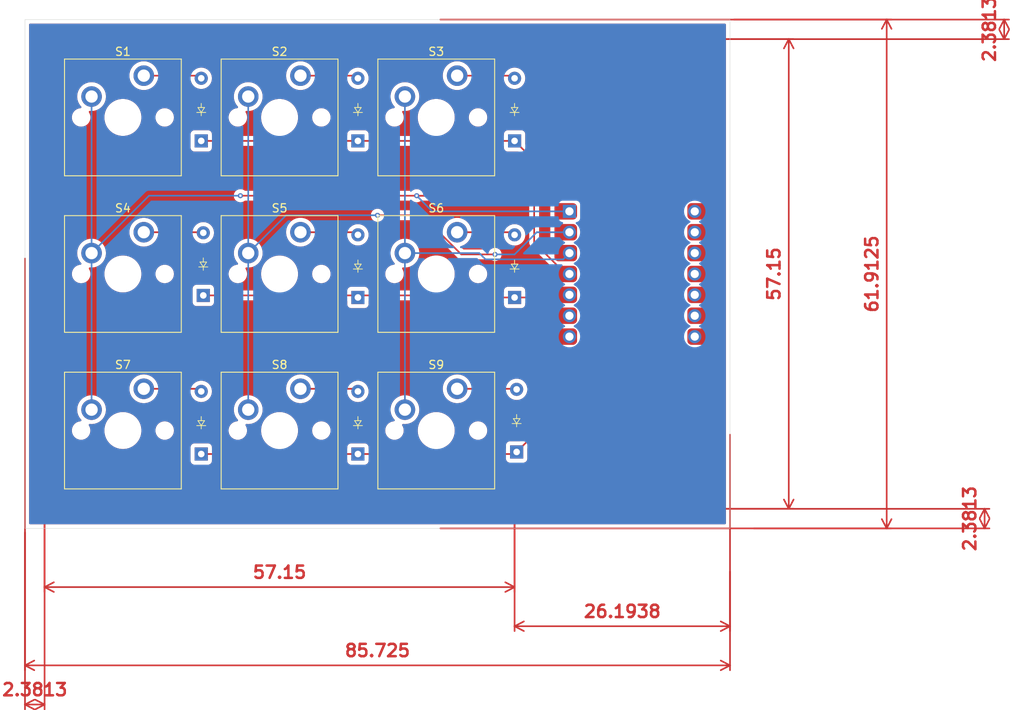
<source format=kicad_pcb>
(kicad_pcb (version 20241229) (generator "pcbnew") (generator_version "9.0")
  (layers (0 "F.Cu" signal) (2 "B.Cu" signal) (13 "F.Paste" user) (15 "B.Paste" user) (5 "F.SilkS" user "F.Silkscreen") (7 "B.SilkS" user "B.Silkscreen") (1 "F.Mask" user) (3 "B.Mask" user) (25 "Edge.Cuts" user))
  (net 0 "")
  (net 1 "Row 0")
  (net 2 "Net-(D1-A)")
  (net 3 "Net-(D2-A)")
  (net 4 "Net-(D3-A)")
  (net 5 "Net-(D4-A)")
  (net 6 "Row 1")
  (net 7 "Net-(D5-A)")
  (net 8 "Net-(D6-A)")
  (net 9 "Row 2")
  (net 10 "Net-(D7-A)")
  (net 11 "Net-(D8-A)")
  (net 12 "Net-(D9-A)")
  (net 13 "Column 0")
  (net 14 "Column 1")
  (net 15 "Column 2")
  (footprint "ScottoKeebs_MX:MX_PCB_1.00u" (layer "F.Cu") (at 128.12625 83.35875)
    (property "Reference" "S5" (at 0 -8 0) (layer "F.SilkS"))
    (property "Value" "~")
    (fp_line (start -7.1 -7.1) (end -7.1 7.1) (stroke (width 0.12)) (layer "F.SilkS"))
    (fp_line (start -7.1 7.1) (end 7.1 7.1) (stroke (width 0.12)) (layer "F.SilkS"))
    (fp_line (start 7.1 -7.1) (end -7.1 -7.1) (stroke (width 0.12)) (layer "F.SilkS"))
    (fp_line (start 7.1 7.1) (end 7.1 -7.1) (stroke (width 0.12)) (layer "F.SilkS"))
    (pad "" np_thru_hole circle (at -5.08 0) (size 1.75 1.75) (drill 1.75) (layers "*.Cu" "*.Mask"))
    (pad "" np_thru_hole circle (at 0 0) (size 4 4) (drill 4) (layers "*.Cu" "*.Mask"))
    (pad "" np_thru_hole circle (at 5.08 0) (size 1.75 1.75) (drill 1.75) (layers "*.Cu" "*.Mask"))
    (pad "1" thru_hole circle (at -3.81 -2.54) (size 2.5 2.5) (drill 1.5) (layers "*.Cu" "*.Mask") (net 14 "Column 1"))
    (pad "2" thru_hole circle (at 2.54 -5.08) (size 2.5 2.5) (drill 1.5) (layers "*.Cu" "*.Mask") (net 7 "Net-(D5-A)"))
  )
  (footprint "ScottoKeebs_Components:Diode_DO-35" (layer "F.Cu") (at 156.70125 86.21625 90)
    (property "Reference" "D6" (hide yes))
    (property "Value" "~" (hide yes))
    (fp_line (start 3.46 -0.55) (end 3.46 0.55) (stroke (width 0.1)) (layer "F.SilkS"))
    (fp_line (start 4.06 -0.4) (end 4.06 0.4) (stroke (width 0.1)) (layer "F.SilkS"))
    (fp_line (start 4.06 0) (end 4.56 0) (stroke (width 0.1)) (layer "F.SilkS"))
    (fp_line (start 3.46 0) (end 4.06 -0.4) (stroke (width 0.1)) (layer "F.SilkS"))
    (fp_line (start 3.06 0) (end 3.46 0) (stroke (width 0.1)) (layer "F.SilkS"))
    (fp_line (start 4.06 0.4) (end 3.46 0) (stroke (width 0.1)) (layer "F.SilkS"))
    (pad "1" thru_hole rect (at 0 0 90) (size 1.6 1.6) (drill 0.8) (layers "*.Cu" "*.Mask") (net 6 "Row 1"))
    (pad "2" thru_hole oval (at 7.62 0 90) (size 1.6 1.6) (drill 0.8) (layers "*.Cu" "*.Mask") (net 8 "Net-(D6-A)"))
  )
  (footprint "ScottoKeebs_MX:MX_PCB_1.00u" (layer "F.Cu") (at 109.07625 102.40875)
    (property "Reference" "S7" (at 0 -8 0) (layer "F.SilkS"))
    (property "Value" "~")
    (fp_line (start -7.1 -7.1) (end -7.1 7.1) (stroke (width 0.12)) (layer "F.SilkS"))
    (fp_line (start -7.1 7.1) (end 7.1 7.1) (stroke (width 0.12)) (layer "F.SilkS"))
    (fp_line (start 7.1 -7.1) (end -7.1 -7.1) (stroke (width 0.12)) (layer "F.SilkS"))
    (fp_line (start 7.1 7.1) (end 7.1 -7.1) (stroke (width 0.12)) (layer "F.SilkS"))
    (pad "" np_thru_hole circle (at -5.08 0) (size 1.75 1.75) (drill 1.75) (layers "*.Cu" "*.Mask"))
    (pad "" np_thru_hole circle (at 0 0) (size 4 4) (drill 4) (layers "*.Cu" "*.Mask"))
    (pad "" np_thru_hole circle (at 5.08 0) (size 1.75 1.75) (drill 1.75) (layers "*.Cu" "*.Mask"))
    (pad "1" thru_hole circle (at -3.81 -2.54) (size 2.5 2.5) (drill 1.5) (layers "*.Cu" "*.Mask") (net 13 "Column 0"))
    (pad "2" thru_hole circle (at 2.54 -5.08) (size 2.5 2.5) (drill 1.5) (layers "*.Cu" "*.Mask") (net 10 "Net-(D7-A)"))
  )
  (footprint "ScottoKeebs_MX:MX_PCB_1.00u" (layer "F.Cu") (at 147.17625 83.35875)
    (property "Reference" "S6" (at 0 -8 0) (layer "F.SilkS"))
    (property "Value" "~")
    (fp_line (start -7.1 -7.1) (end -7.1 7.1) (stroke (width 0.12)) (layer "F.SilkS"))
    (fp_line (start -7.1 7.1) (end 7.1 7.1) (stroke (width 0.12)) (layer "F.SilkS"))
    (fp_line (start 7.1 -7.1) (end -7.1 -7.1) (stroke (width 0.12)) (layer "F.SilkS"))
    (fp_line (start 7.1 7.1) (end 7.1 -7.1) (stroke (width 0.12)) (layer "F.SilkS"))
    (pad "" np_thru_hole circle (at -5.08 0) (size 1.75 1.75) (drill 1.75) (layers "*.Cu" "*.Mask"))
    (pad "" np_thru_hole circle (at 0 0) (size 4 4) (drill 4) (layers "*.Cu" "*.Mask"))
    (pad "" np_thru_hole circle (at 5.08 0) (size 1.75 1.75) (drill 1.75) (layers "*.Cu" "*.Mask"))
    (pad "1" thru_hole circle (at -3.81 -2.54) (size 2.5 2.5) (drill 1.5) (layers "*.Cu" "*.Mask") (net 15 "Column 2"))
    (pad "2" thru_hole circle (at 2.54 -5.08) (size 2.5 2.5) (drill 1.5) (layers "*.Cu" "*.Mask") (net 8 "Net-(D6-A)"))
  )
  (footprint "ScottoKeebs_MX:MX_PCB_1.00u" (layer "F.Cu") (at 147.17625 64.30875)
    (property "Reference" "S3" (at 0 -8 0) (layer "F.SilkS"))
    (property "Value" "~")
    (fp_line (start -7.1 -7.1) (end -7.1 7.1) (stroke (width 0.12)) (layer "F.SilkS"))
    (fp_line (start -7.1 7.1) (end 7.1 7.1) (stroke (width 0.12)) (layer "F.SilkS"))
    (fp_line (start 7.1 -7.1) (end -7.1 -7.1) (stroke (width 0.12)) (layer "F.SilkS"))
    (fp_line (start 7.1 7.1) (end 7.1 -7.1) (stroke (width 0.12)) (layer "F.SilkS"))
    (pad "" np_thru_hole circle (at -5.08 0) (size 1.75 1.75) (drill 1.75) (layers "*.Cu" "*.Mask"))
    (pad "" np_thru_hole circle (at 0 0) (size 4 4) (drill 4) (layers "*.Cu" "*.Mask"))
    (pad "" np_thru_hole circle (at 5.08 0) (size 1.75 1.75) (drill 1.75) (layers "*.Cu" "*.Mask"))
    (pad "1" thru_hole circle (at -3.81 -2.54) (size 2.5 2.5) (drill 1.5) (layers "*.Cu" "*.Mask") (net 15 "Column 2"))
    (pad "2" thru_hole circle (at 2.54 -5.08) (size 2.5 2.5) (drill 1.5) (layers "*.Cu" "*.Mask") (net 4 "Net-(D3-A)"))
  )
  (footprint "ScottoKeebs_MX:MX_PCB_1.00u" (layer "F.Cu") (at 147.17625 102.40875)
    (property "Reference" "S9" (at 0 -8 0) (layer "F.SilkS"))
    (property "Value" "~")
    (fp_line (start -7.1 -7.1) (end -7.1 7.1) (stroke (width 0.12)) (layer "F.SilkS"))
    (fp_line (start -7.1 7.1) (end 7.1 7.1) (stroke (width 0.12)) (layer "F.SilkS"))
    (fp_line (start 7.1 -7.1) (end -7.1 -7.1) (stroke (width 0.12)) (layer "F.SilkS"))
    (fp_line (start 7.1 7.1) (end 7.1 -7.1) (stroke (width 0.12)) (layer "F.SilkS"))
    (pad "" np_thru_hole circle (at -5.08 0) (size 1.75 1.75) (drill 1.75) (layers "*.Cu" "*.Mask"))
    (pad "" np_thru_hole circle (at 0 0) (size 4 4) (drill 4) (layers "*.Cu" "*.Mask"))
    (pad "" np_thru_hole circle (at 5.08 0) (size 1.75 1.75) (drill 1.75) (layers "*.Cu" "*.Mask"))
    (pad "1" thru_hole circle (at -3.81 -2.54) (size 2.5 2.5) (drill 1.5) (layers "*.Cu" "*.Mask") (net 15 "Column 2"))
    (pad "2" thru_hole circle (at 2.54 -5.08) (size 2.5 2.5) (drill 1.5) (layers "*.Cu" "*.Mask") (net 12 "Net-(D9-A)"))
  )
  (footprint "ScottoKeebs_Components:Diode_DO-35" (layer "F.Cu") (at 137.65125 67.16625 90)
    (property "Reference" "D2" (hide yes))
    (property "Value" "~" (hide yes))
    (fp_line (start 3.46 -0.55) (end 3.46 0.55) (stroke (width 0.1)) (layer "F.SilkS"))
    (fp_line (start 4.06 -0.4) (end 4.06 0.4) (stroke (width 0.1)) (layer "F.SilkS"))
    (fp_line (start 4.06 0) (end 4.56 0) (stroke (width 0.1)) (layer "F.SilkS"))
    (fp_line (start 3.46 0) (end 4.06 -0.4) (stroke (width 0.1)) (layer "F.SilkS"))
    (fp_line (start 3.06 0) (end 3.46 0) (stroke (width 0.1)) (layer "F.SilkS"))
    (fp_line (start 4.06 0.4) (end 3.46 0) (stroke (width 0.1)) (layer "F.SilkS"))
    (pad "1" thru_hole rect (at 0 0 90) (size 1.6 1.6) (drill 0.8) (layers "*.Cu" "*.Mask") (net 1 "Row 0"))
    (pad "2" thru_hole oval (at 7.62 0 90) (size 1.6 1.6) (drill 0.8) (layers "*.Cu" "*.Mask") (net 3 "Net-(D2-A)"))
  )
  (footprint "ScottoKeebs_MX:MX_PCB_1.00u" (layer "F.Cu") (at 128.12625 64.30875)
    (property "Reference" "S2" (at 0 -8 0) (layer "F.SilkS"))
    (property "Value" "~")
    (fp_line (start -7.1 -7.1) (end -7.1 7.1) (stroke (width 0.12)) (layer "F.SilkS"))
    (fp_line (start -7.1 7.1) (end 7.1 7.1) (stroke (width 0.12)) (layer "F.SilkS"))
    (fp_line (start 7.1 -7.1) (end -7.1 -7.1) (stroke (width 0.12)) (layer "F.SilkS"))
    (fp_line (start 7.1 7.1) (end 7.1 -7.1) (stroke (width 0.12)) (layer "F.SilkS"))
    (pad "" np_thru_hole circle (at -5.08 0) (size 1.75 1.75) (drill 1.75) (layers "*.Cu" "*.Mask"))
    (pad "" np_thru_hole circle (at 0 0) (size 4 4) (drill 4) (layers "*.Cu" "*.Mask"))
    (pad "" np_thru_hole circle (at 5.08 0) (size 1.75 1.75) (drill 1.75) (layers "*.Cu" "*.Mask"))
    (pad "1" thru_hole circle (at -3.81 -2.54) (size 2.5 2.5) (drill 1.5) (layers "*.Cu" "*.Mask") (net 14 "Column 1"))
    (pad "2" thru_hole circle (at 2.54 -5.08) (size 2.5 2.5) (drill 1.5) (layers "*.Cu" "*.Mask") (net 3 "Net-(D2-A)"))
  )
  (footprint "ScottoKeebs_Components:Diode_DO-35" (layer "F.Cu") (at 118.60125 105.26625 90)
    (property "Reference" "D7" (hide yes))
    (property "Value" "~" (hide yes))
    (fp_line (start 3.46 -0.55) (end 3.46 0.55) (stroke (width 0.1)) (layer "F.SilkS"))
    (fp_line (start 4.06 -0.4) (end 4.06 0.4) (stroke (width 0.1)) (layer "F.SilkS"))
    (fp_line (start 4.06 0) (end 4.56 0) (stroke (width 0.1)) (layer "F.SilkS"))
    (fp_line (start 3.46 0) (end 4.06 -0.4) (stroke (width 0.1)) (layer "F.SilkS"))
    (fp_line (start 3.06 0) (end 3.46 0) (stroke (width 0.1)) (layer "F.SilkS"))
    (fp_line (start 4.06 0.4) (end 3.46 0) (stroke (width 0.1)) (layer "F.SilkS"))
    (pad "1" thru_hole rect (at 0 0 90) (size 1.6 1.6) (drill 0.8) (layers "*.Cu" "*.Mask") (net 9 "Row 2"))
    (pad "2" thru_hole oval (at 7.62 0 90) (size 1.6 1.6) (drill 0.8) (layers "*.Cu" "*.Mask") (net 10 "Net-(D7-A)"))
  )
  (footprint "ScottoKeebs_MX:MX_PCB_1.00u" (layer "F.Cu") (at 109.07625 64.30875)
    (property "Reference" "S1" (at 0 -8 0) (layer "F.SilkS"))
    (property "Value" "~")
    (fp_line (start -7.1 -7.1) (end -7.1 7.1) (stroke (width 0.12)) (layer "F.SilkS"))
    (fp_line (start -7.1 7.1) (end 7.1 7.1) (stroke (width 0.12)) (layer "F.SilkS"))
    (fp_line (start 7.1 -7.1) (end -7.1 -7.1) (stroke (width 0.12)) (layer "F.SilkS"))
    (fp_line (start 7.1 7.1) (end 7.1 -7.1) (stroke (width 0.12)) (layer "F.SilkS"))
    (pad "" np_thru_hole circle (at -5.08 0) (size 1.75 1.75) (drill 1.75) (layers "*.Cu" "*.Mask"))
    (pad "" np_thru_hole circle (at 0 0) (size 4 4) (drill 4) (layers "*.Cu" "*.Mask"))
    (pad "" np_thru_hole circle (at 5.08 0) (size 1.75 1.75) (drill 1.75) (layers "*.Cu" "*.Mask"))
    (pad "1" thru_hole circle (at -3.81 -2.54) (size 2.5 2.5) (drill 1.5) (layers "*.Cu" "*.Mask") (net 13 "Column 0"))
    (pad "2" thru_hole circle (at 2.54 -5.08) (size 2.5 2.5) (drill 1.5) (layers "*.Cu" "*.Mask") (net 2 "Net-(D1-A)"))
  )
  (footprint "ScottoKeebs_MX:MX_PCB_1.00u" (layer "F.Cu") (at 109.07625 83.35875)
    (property "Reference" "S4" (at 0 -8 0) (layer "F.SilkS"))
    (property "Value" "~")
    (fp_line (start -7.1 -7.1) (end -7.1 7.1) (stroke (width 0.12)) (layer "F.SilkS"))
    (fp_line (start -7.1 7.1) (end 7.1 7.1) (stroke (width 0.12)) (layer "F.SilkS"))
    (fp_line (start 7.1 -7.1) (end -7.1 -7.1) (stroke (width 0.12)) (layer "F.SilkS"))
    (fp_line (start 7.1 7.1) (end 7.1 -7.1) (stroke (width 0.12)) (layer "F.SilkS"))
    (pad "" np_thru_hole circle (at -5.08 0) (size 1.75 1.75) (drill 1.75) (layers "*.Cu" "*.Mask"))
    (pad "" np_thru_hole circle (at 0 0) (size 4 4) (drill 4) (layers "*.Cu" "*.Mask"))
    (pad "" np_thru_hole circle (at 5.08 0) (size 1.75 1.75) (drill 1.75) (layers "*.Cu" "*.Mask"))
    (pad "1" thru_hole circle (at -3.81 -2.54) (size 2.5 2.5) (drill 1.5) (layers "*.Cu" "*.Mask") (net 13 "Column 0"))
    (pad "2" thru_hole circle (at 2.54 -5.08) (size 2.5 2.5) (drill 1.5) (layers "*.Cu" "*.Mask") (net 5 "Net-(D4-A)"))
  )
  (footprint "ScottoKeebs_Components:Diode_DO-35" (layer "F.Cu") (at 118.60125 67.16625 90)
    (property "Reference" "D1" (hide yes))
    (property "Value" "~" (hide yes))
    (fp_line (start 3.46 -0.55) (end 3.46 0.55) (stroke (width 0.1)) (layer "F.SilkS"))
    (fp_line (start 4.06 -0.4) (end 4.06 0.4) (stroke (width 0.1)) (layer "F.SilkS"))
    (fp_line (start 4.06 0) (end 4.56 0) (stroke (width 0.1)) (layer "F.SilkS"))
    (fp_line (start 3.46 0) (end 4.06 -0.4) (stroke (width 0.1)) (layer "F.SilkS"))
    (fp_line (start 3.06 0) (end 3.46 0) (stroke (width 0.1)) (layer "F.SilkS"))
    (fp_line (start 4.06 0.4) (end 3.46 0) (stroke (width 0.1)) (layer "F.SilkS"))
    (pad "1" thru_hole rect (at 0 0 90) (size 1.6 1.6) (drill 0.8) (layers "*.Cu" "*.Mask") (net 1 "Row 0"))
    (pad "2" thru_hole oval (at 7.62 0 90) (size 1.6 1.6) (drill 0.8) (layers "*.Cu" "*.Mask") (net 2 "Net-(D1-A)"))
  )
  (footprint "ScottoKeebs_Components:Diode_DO-35" (layer "F.Cu") (at 156.70125 67.16625 90)
    (property "Reference" "D3" (hide yes))
    (property "Value" "~" (hide yes))
    (fp_line (start 3.46 -0.55) (end 3.46 0.55) (stroke (width 0.1)) (layer "F.SilkS"))
    (fp_line (start 4.06 -0.4) (end 4.06 0.4) (stroke (width 0.1)) (layer "F.SilkS"))
    (fp_line (start 4.06 0) (end 4.56 0) (stroke (width 0.1)) (layer "F.SilkS"))
    (fp_line (start 3.46 0) (end 4.06 -0.4) (stroke (width 0.1)) (layer "F.SilkS"))
    (fp_line (start 3.06 0) (end 3.46 0) (stroke (width 0.1)) (layer "F.SilkS"))
    (fp_line (start 4.06 0.4) (end 3.46 0) (stroke (width 0.1)) (layer "F.SilkS"))
    (pad "1" thru_hole rect (at 0 0 90) (size 1.6 1.6) (drill 0.8) (layers "*.Cu" "*.Mask") (net 1 "Row 0"))
    (pad "2" thru_hole oval (at 7.62 0 90) (size 1.6 1.6) (drill 0.8) (layers "*.Cu" "*.Mask") (net 4 "Net-(D3-A)"))
  )
  (footprint "ScottoKeebs_Components:Diode_DO-35" (layer "F.Cu") (at 137.65125 86.21625 90)
    (property "Reference" "D5" (hide yes))
    (property "Value" "~" (hide yes))
    (fp_line (start 3.46 -0.55) (end 3.46 0.55) (stroke (width 0.1)) (layer "F.SilkS"))
    (fp_line (start 4.06 -0.4) (end 4.06 0.4) (stroke (width 0.1)) (layer "F.SilkS"))
    (fp_line (start 4.06 0) (end 4.56 0) (stroke (width 0.1)) (layer "F.SilkS"))
    (fp_line (start 3.46 0) (end 4.06 -0.4) (stroke (width 0.1)) (layer "F.SilkS"))
    (fp_line (start 3.06 0) (end 3.46 0) (stroke (width 0.1)) (layer "F.SilkS"))
    (fp_line (start 4.06 0.4) (end 3.46 0) (stroke (width 0.1)) (layer "F.SilkS"))
    (pad "1" thru_hole rect (at 0 0 90) (size 1.6 1.6) (drill 0.8) (layers "*.Cu" "*.Mask") (net 6 "Row 1"))
    (pad "2" thru_hole oval (at 7.62 0 90) (size 1.6 1.6) (drill 0.8) (layers "*.Cu" "*.Mask") (net 7 "Net-(D5-A)"))
  )
  (footprint "ScottoKeebs_Components:Diode_DO-35" (layer "F.Cu") (at 156.95125 105.01625 90)
    (property "Reference" "D9" (hide yes))
    (property "Value" "~" (hide yes))
    (fp_line (start 3.46 -0.55) (end 3.46 0.55) (stroke (width 0.1)) (layer "F.SilkS"))
    (fp_line (start 4.06 -0.4) (end 4.06 0.4) (stroke (width 0.1)) (layer "F.SilkS"))
    (fp_line (start 4.06 0) (end 4.56 0) (stroke (width 0.1)) (layer "F.SilkS"))
    (fp_line (start 3.46 0) (end 4.06 -0.4) (stroke (width 0.1)) (layer "F.SilkS"))
    (fp_line (start 3.06 0) (end 3.46 0) (stroke (width 0.1)) (layer "F.SilkS"))
    (fp_line (start 4.06 0.4) (end 3.46 0) (stroke (width 0.1)) (layer "F.SilkS"))
    (pad "1" thru_hole rect (at 0 0 90) (size 1.6 1.6) (drill 0.8) (layers "*.Cu" "*.Mask") (net 9 "Row 2"))
    (pad "2" thru_hole oval (at 7.62 0 90) (size 1.6 1.6) (drill 0.8) (layers "*.Cu" "*.Mask") (net 12 "Net-(D9-A)"))
  )
  (footprint "ScottoKeebs_MX:MX_PCB_1.00u" (layer "F.Cu") (at 128.12625 102.40875)
    (property "Reference" "S8" (at 0 -8 0) (layer "F.SilkS"))
    (property "Value" "~")
    (fp_line (start -7.1 -7.1) (end -7.1 7.1) (stroke (width 0.12)) (layer "F.SilkS"))
    (fp_line (start -7.1 7.1) (end 7.1 7.1) (stroke (width 0.12)) (layer "F.SilkS"))
    (fp_line (start 7.1 -7.1) (end -7.1 -7.1) (stroke (width 0.12)) (layer "F.SilkS"))
    (fp_line (start 7.1 7.1) (end 7.1 -7.1) (stroke (width 0.12)) (layer "F.SilkS"))
    (pad "" np_thru_hole circle (at -5.08 0) (size 1.75 1.75) (drill 1.75) (layers "*.Cu" "*.Mask"))
    (pad "" np_thru_hole circle (at 0 0) (size 4 4) (drill 4) (layers "*.Cu" "*.Mask"))
    (pad "" np_thru_hole circle (at 5.08 0) (size 1.75 1.75) (drill 1.75) (layers "*.Cu" "*.Mask"))
    (pad "1" thru_hole circle (at -3.81 -2.54) (size 2.5 2.5) (drill 1.5) (layers "*.Cu" "*.Mask") (net 14 "Column 1"))
    (pad "2" thru_hole circle (at 2.54 -5.08) (size 2.5 2.5) (drill 1.5) (layers "*.Cu" "*.Mask") (net 11 "Net-(D8-A)"))
  )
  (footprint "ScottoKeebs_Components:Diode_DO-35" (layer "F.Cu") (at 118.85125 85.96625 90)
    (property "Reference" "D4" (hide yes))
    (property "Value" "~" (hide yes))
    (fp_line (start 3.46 -0.55) (end 3.46 0.55) (stroke (width 0.1)) (layer "F.SilkS"))
    (fp_line (start 4.06 -0.4) (end 4.06 0.4) (stroke (width 0.1)) (layer "F.SilkS"))
    (fp_line (start 4.06 0) (end 4.56 0) (stroke (width 0.1)) (layer "F.SilkS"))
    (fp_line (start 3.46 0) (end 4.06 -0.4) (stroke (width 0.1)) (layer "F.SilkS"))
    (fp_line (start 3.06 0) (end 3.46 0) (stroke (width 0.1)) (layer "F.SilkS"))
    (fp_line (start 4.06 0.4) (end 3.46 0) (stroke (width 0.1)) (layer "F.SilkS"))
    (pad "1" thru_hole rect (at 0 0 90) (size 1.6 1.6) (drill 0.8) (layers "*.Cu" "*.Mask") (net 6 "Row 1"))
    (pad "2" thru_hole oval (at 7.62 0 90) (size 1.6 1.6) (drill 0.8) (layers "*.Cu" "*.Mask") (net 5 "Net-(D4-A)"))
  )
  (footprint "ScottoKeebs_Components:Diode_DO-35" (layer "F.Cu") (at 137.65125 105.26625 90)
    (property "Reference" "D8" (hide yes))
    (property "Value" "~" (hide yes))
    (fp_line (start 3.46 -0.55) (end 3.46 0.55) (stroke (width 0.1)) (layer "F.SilkS"))
    (fp_line (start 4.06 -0.4) (end 4.06 0.4) (stroke (width 0.1)) (layer "F.SilkS"))
    (fp_line (start 4.06 0) (end 4.56 0) (stroke (width 0.1)) (layer "F.SilkS"))
    (fp_line (start 3.46 0) (end 4.06 -0.4) (stroke (width 0.1)) (layer "F.SilkS"))
    (fp_line (start 3.06 0) (end 3.46 0) (stroke (width 0.1)) (layer "F.SilkS"))
    (fp_line (start 4.06 0.4) (end 3.46 0) (stroke (width 0.1)) (layer "F.SilkS"))
    (pad "1" thru_hole rect (at 0 0 90) (size 1.6 1.6) (drill 0.8) (layers "*.Cu" "*.Mask") (net 9 "Row 2"))
    (pad "2" thru_hole oval (at 7.62 0 90) (size 1.6 1.6) (drill 0.8) (layers "*.Cu" "*.Mask") (net 11 "Net-(D8-A)"))
  )
  (footprint "ScottoKeebs_MCU:Seeed_XIAO_RP2040" (layer "F.Cu") (at 170.98875 83.35875)
    (property "Reference" "U2" (hide yes))
    (property "Value" "MCU_Seeed_XIAO_RP2040")
    (pad "1" smd roundrect (at -8.065 -7.62) (size 2.75 2) (layers "F.Cu" "F.Mask" "F.Paste") (net 13 "Column 0"))
    (pad "1" thru_hole rect (at -7.62 -7.62 90) (size 1.6 1.6) (drill 1) (layers "*.Cu" "*.Mask") (net 13 "Column 0"))
    (pad "2" smd roundrect (at -8.065 -5.08) (size 2.75 2) (layers "F.Cu" "F.Mask" "F.Paste") (net 14 "Column 1"))
    (pad "2" thru_hole circle (at -7.62 -5.08 90) (size 1.6 1.6) (drill 1) (layers "*.Cu" "*.Mask") (net 14 "Column 1"))
    (pad "3" smd roundrect (at -8.065 -2.54) (size 2.75 2) (layers "F.Cu" "F.Mask" "F.Paste") (net 15 "Column 2"))
    (pad "3" thru_hole circle (at -7.62 -2.54 90) (size 1.6 1.6) (drill 1) (layers "*.Cu" "*.Mask") (net 15 "Column 2"))
    (pad "4" smd roundrect (at -8.065 0) (size 2.75 2) (layers "F.Cu" "F.Mask" "F.Paste") (net 1 "Row 0"))
    (pad "4" thru_hole circle (at -7.62 0 90) (size 1.6 1.6) (drill 1) (layers "*.Cu" "*.Mask") (net 1 "Row 0"))
    (pad "5" smd roundrect (at -8.065 2.54) (size 2.75 2) (layers "F.Cu" "F.Mask" "F.Paste") (net 6 "Row 1"))
    (pad "5" thru_hole circle (at -7.62 2.54 90) (size 1.6 1.6) (drill 1) (layers "*.Cu" "*.Mask") (net 6 "Row 1"))
    (pad "6" smd roundrect (at -8.065 5.08) (size 2.75 2) (layers "F.Cu" "F.Mask" "F.Paste") (net 9 "Row 2"))
    (pad "6" thru_hole circle (at -7.62 5.08 90) (size 1.6 1.6) (drill 1) (layers "*.Cu" "*.Mask") (net 9 "Row 2"))
    (pad "7" smd roundrect (at -8.065 7.62) (size 2.75 2) (layers "F.Cu" "F.Mask" "F.Paste"))
    (pad "7" thru_hole circle (at -7.62 7.62 90) (size 1.6 1.6) (drill 1) (layers "*.Cu" "*.Mask"))
    (pad "8" thru_hole circle (at 7.62 7.62 90) (size 1.6 1.6) (drill 1) (layers "*.Cu" "*.Mask"))
    (pad "8" smd roundrect (at 8.1 7.62) (size 2.75 2) (layers "F.Cu" "F.Mask" "F.Paste"))
    (pad "9" thru_hole circle (at 7.62 5.08 90) (size 1.6 1.6) (drill 1) (layers "*.Cu" "*.Mask"))
    (pad "9" smd roundrect (at 8.1 5.08) (size 2.75 2) (layers "F.Cu" "F.Mask" "F.Paste"))
    (pad "10" thru_hole circle (at 7.62 2.54 90) (size 1.6 1.6) (drill 1) (layers "*.Cu" "*.Mask"))
    (pad "10" smd roundrect (at 8.1 2.54) (size 2.75 2) (layers "F.Cu" "F.Mask" "F.Paste"))
    (pad "11" thru_hole circle (at 7.62 0 90) (size 1.6 1.6) (drill 1) (layers "*.Cu" "*.Mask"))
    (pad "11" smd roundrect (at 8.1 0) (size 2.75 2) (layers "F.Cu" "F.Mask" "F.Paste"))
    (pad "12" thru_hole circle (at 7.62 -2.54 90) (size 1.6 1.6) (drill 1) (layers "*.Cu" "*.Mask"))
    (pad "12" smd roundrect (at 8.1 -2.54) (size 2.75 2) (layers "F.Cu" "F.Mask" "F.Paste"))
    (pad "13" thru_hole circle (at 7.62 -5.08 90) (size 1.6 1.6) (drill 1) (layers "*.Cu" "*.Mask"))
    (pad "13" smd roundrect (at 8.1 -5.08) (size 2.75 2) (layers "F.Cu" "F.Mask" "F.Paste"))
    (pad "14" thru_hole circle (at 7.62 -7.62 90) (size 1.6 1.6) (drill 1) (layers "*.Cu" "*.Mask"))
    (pad "14" smd roundrect (at 8.1 -7.62) (size 2.75 2) (layers "F.Cu" "F.Mask" "F.Paste"))
  )
  (gr_rect (start 97.17 52.4025) (end 182.895 114.315) (stroke (width 0.05)) (fill no) (layer "Edge.Cuts"))
  (dimension (type orthogonal) (layer "F.Cu") (pts (xy 147.17625 54.78375) (xy 147.17625 52.4025)) (height 69.05625) (orientation 1) (format (prefix "") (suffix "") (units 3) (units_format 0) (precision 4) (suppress_zeroes yes)) (style (thickness 0.2) (arrow_length 1.27) (text_position_mode 0) (arrow_direction outward) (extension_height 0.58642) (extension_offset 0.5) (keep_text_aligned yes)) (gr_text "2.3813" (at 214.4325 53.593125 90) (layer "F.Cu") (effects (font (size 1.5 1.5) (thickness 0.3)))))
  (dimension (type orthogonal) (layer "F.Cu") (pts (xy 147.17625 111.93375) (xy 147.17625 114.315)) (height 66.675) (orientation 1) (format (prefix "") (suffix "") (units 3) (units_format 0) (precision 4) (suppress_zeroes yes)) (style (thickness 0.2) (arrow_length 1.27) (text_position_mode 0) (arrow_direction outward) (extension_height 0.58642) (extension_offset 0.5) (keep_text_aligned yes)) (gr_text "2.3813" (at 212.05125 113.124375 90) (layer "F.Cu") (effects (font (size 1.5 1.5) (thickness 0.3)))))
  (dimension (type orthogonal) (layer "F.Cu") (pts (xy 156.70125 111.93375) (xy 156.70125 54.78375)) (height 33.3375) (orientation 1) (format (prefix "") (suffix "") (units 3) (units_format 0) (precision 4) (suppress_zeroes yes)) (style (thickness 0.2) (arrow_length 1.27) (text_position_mode 0) (arrow_direction outward) (extension_height 0.58642) (extension_offset 0.5) (keep_text_aligned yes)) (gr_text "57.15" (at 188.23875 83.35875 90) (layer "F.Cu") (effects (font (size 1.5 1.5) (thickness 0.3)))))
  (dimension (type orthogonal) (layer "F.Cu") (pts (xy 99.55125 88.12125) (xy 97.17 80.9775)) (height 47.625) (orientation 0) (format (prefix "") (suffix "") (units 3) (units_format 0) (precision 4) (suppress_zeroes yes)) (style (thickness 0.2) (arrow_length 1.27) (text_position_mode 0) (arrow_direction outward) (extension_height 0.58642) (extension_offset 0.5) (keep_text_aligned yes)) (gr_text "2.3813" (at 98.360625 133.94625 0) (layer "F.Cu") (effects (font (size 1.5 1.5) (thickness 0.3)))))
  (dimension (type orthogonal) (layer "F.Cu") (pts (xy 182.895 52.4025) (xy 185.27625 114.315)) (height 19.05) (orientation 1) (format (prefix "") (suffix "") (units 3) (units_format 0) (precision 4) (suppress_zeroes yes)) (style (thickness 0.2) (arrow_length 1.27) (text_position_mode 0) (arrow_direction outward) (extension_height 0.58642) (extension_offset 0.5) (keep_text_aligned yes)) (gr_text "61.9125" (at 200.145 83.35875 90) (layer "F.Cu") (effects (font (size 1.5 1.5) (thickness 0.3)))))
  (dimension (type orthogonal) (layer "F.Cu") (pts (xy 99.55125 111.93375) (xy 156.70125 111.93375)) (height 9.525) (orientation 0) (format (prefix "") (suffix "") (units 3) (units_format 0) (precision 4) (suppress_zeroes yes)) (style (thickness 0.2) (arrow_length 1.27) (text_position_mode 0) (arrow_direction outward) (extension_height 0.58642) (extension_offset 0.5) (keep_text_aligned yes)) (gr_text "57.15" (at 128.12625 119.65875 0) (layer "F.Cu") (effects (font (size 1.5 1.5) (thickness 0.3)))))
  (dimension (type orthogonal) (layer "F.Cu") (pts (xy 156.70125 109.5525) (xy 182.895 102.40875)) (height 16.66875) (orientation 0) (format (prefix "") (suffix "") (units 3) (units_format 0) (precision 4) (suppress_zeroes yes)) (style (thickness 0.2) (arrow_length 1.27) (text_position_mode 0) (arrow_direction outward) (extension_height 0.58642) (extension_offset 0.5) (keep_text_aligned yes)) (gr_text "26.1938" (at 169.798125 124.42125 0) (layer "F.Cu") (effects (font (size 1.5 1.5) (thickness 0.3)))))
  (dimension (type orthogonal) (layer "F.Cu") (pts (xy 97.17 114.315) (xy 182.895 119.0775)) (height 16.66875) (orientation 0) (format (prefix "") (suffix "") (units 3) (units_format 0) (precision 4) (suppress_zeroes yes)) (style (thickness 0.2) (arrow_length 1.27) (text_position_mode 0) (arrow_direction outward) (extension_height 0.58642) (extension_offset 0.5) (keep_text_aligned yes)) (gr_text "85.725" (at 140.0325 129.18375 0) (layer "F.Cu") (effects (font (size 1.5 1.5) (thickness 0.3)))))
  (segment (start 159.0825 69.5475) (end 159.0825 79.5175) (width 0.2) (layer "F.Cu") (net 1))
  (segment (start 159.0825 79.5175) (end 162.92375 83.35875) (width 0.2) (layer "F.Cu") (net 1))
  (segment (start 156.70125 67.16625) (end 159.0825 69.5475) (width 0.2) (layer "F.Cu") (net 1))
  (segment (start 118.60125 67.16625) (end 156.70125 67.16625) (width 0.2) (layer "F.Cu") (net 1))
  (segment (start 111.61625 59.22875) (end 118.28375 59.22875) (width 0.2) (layer "F.Cu") (net 2))
  (segment (start 118.28375 59.22875) (end 118.60125 59.54625) (width 0.2) (layer "F.Cu") (net 2))
  (segment (start 130.66625 59.22875) (end 137.33375 59.22875) (width 0.2) (layer "F.Cu") (net 3))
  (segment (start 137.33375 59.22875) (end 137.65125 59.54625) (width 0.2) (layer "F.Cu") (net 3))
  (segment (start 156.38375 59.22875) (end 156.70125 59.54625) (width 0.2) (layer "F.Cu") (net 4))
  (segment (start 149.71625 59.22875) (end 156.38375 59.22875) (width 0.2) (layer "F.Cu") (net 4))
  (segment (start 111.61625 78.27875) (end 118.78375 78.27875) (width 0.2) (layer "F.Cu") (net 5))
  (segment (start 118.78375 78.27875) (end 118.85125 78.34625) (width 0.2) (layer "F.Cu") (net 5))
  (segment (start 118.85125 85.96625) (end 151.7125 85.96625) (width 0.2) (layer "F.Cu") (net 6))
  (segment (start 151.7125 85.96625) (end 151.9625 86.21625) (width 0.2) (layer "F.Cu") (net 6))
  (segment (start 151.9625 86.21625) (end 156.70125 86.21625) (width 0.2) (layer "F.Cu") (net 6))
  (segment (start 162.60625 86.21625) (end 162.92375 85.89875) (width 0.2) (layer "F.Cu") (net 6))
  (segment (start 156.70125 86.21625) (end 162.60625 86.21625) (width 0.2) (layer "F.Cu") (net 6))
  (segment (start 130.66625 78.27875) (end 137.33375 78.27875) (width 0.2) (layer "F.Cu") (net 7))
  (segment (start 137.33375 78.27875) (end 137.65125 78.59625) (width 0.2) (layer "F.Cu") (net 7))
  (segment (start 156.38375 78.27875) (end 156.70125 78.59625) (width 0.2) (layer "F.Cu") (net 8))
  (segment (start 149.71625 78.27875) (end 156.38375 78.27875) (width 0.2) (layer "F.Cu") (net 8))
  (segment (start 159.0825 102.885) (end 159.0825 92.28) (width 0.2) (layer "F.Cu") (net 9))
  (segment (start 159.0825 92.28) (end 162.92375 88.43875) (width 0.2) (layer "F.Cu") (net 9))
  (segment (start 118.60125 105.26625) (end 156.70125 105.26625) (width 0.2) (layer "F.Cu") (net 9))
  (segment (start 156.70125 105.26625) (end 156.95125 105.01625) (width 0.2) (layer "F.Cu") (net 9))
  (segment (start 156.95125 105.01625) (end 159.0825 102.885) (width 0.2) (layer "F.Cu") (net 9))
  (segment (start 118.28375 97.32875) (end 118.60125 97.64625) (width 0.2) (layer "F.Cu") (net 10))
  (segment (start 111.61625 97.32875) (end 118.28375 97.32875) (width 0.2) (layer "F.Cu") (net 10))
  (segment (start 137.33375 97.32875) (end 137.65125 97.64625) (width 0.2) (layer "F.Cu") (net 11))
  (segment (start 130.66625 97.32875) (end 137.33375 97.32875) (width 0.2) (layer "F.Cu") (net 11))
  (segment (start 149.71625 97.32875) (end 156.88375 97.32875) (width 0.2) (layer "F.Cu") (net 12))
  (segment (start 156.88375 97.32875) (end 156.95125 97.39625) (width 0.2) (layer "F.Cu") (net 12))
  (segment (start 123.36375 73.83375) (end 147.17625 73.83375) (width 0.2) (layer "F.Cu") (net 13))
  (segment (start 147.17625 73.83375) (end 144.795 73.83375) (width 0.2) (layer "F.Cu") (net 13))
  (via (at 144.795 73.83375) (size 0.6) (drill 0.3) (layers "F.Cu" "B.Cu") (net 13))
  (via (at 123.36375 73.83375) (size 0.6) (drill 0.3) (layers "F.Cu" "B.Cu") (net 13))
  (segment (start 146.7 75.73875) (end 163.36875 75.73875) (width 0.2) (layer "B.Cu") (net 13))
  (segment (start 112.25125 73.83375) (end 123.36375 73.83375) (width 0.2) (layer "B.Cu") (net 13))
  (segment (start 105.26625 61.76875) (end 105.26625 99.86875) (width 0.2) (layer "B.Cu") (net 13))
  (segment (start 105.26625 80.81875) (end 112.25125 73.83375) (width 0.2) (layer "B.Cu") (net 13))
  (segment (start 144.795 73.83375) (end 146.7 75.73875) (width 0.2) (layer "B.Cu") (net 13))
  (segment (start 145.459054 76.215) (end 150.221554 80.9775) (width 0.2) (layer "F.Cu") (net 14))
  (segment (start 150.221554 80.9775) (end 154.32 80.9775) (width 0.2) (layer "F.Cu") (net 14))
  (segment (start 140.0325 76.215) (end 145.459054 76.215) (width 0.2) (layer "F.Cu") (net 14))
  (via (at 140.0325 76.215) (size 0.6) (drill 0.3) (layers "F.Cu" "B.Cu") (net 14))
  (via (at 154.32 80.9775) (size 0.6) (drill 0.3) (layers "F.Cu" "B.Cu") (net 14))
  (segment (start 124.31625 80.81875) (end 128.92 76.215) (width 0.2) (layer "B.Cu") (net 14))
  (segment (start 154.32 80.9775) (end 156.70125 80.9775) (width 0.2) (layer "B.Cu") (net 14))
  (segment (start 124.31625 61.76875) (end 124.31625 99.86875) (width 0.2) (layer "B.Cu") (net 14))
  (segment (start 159.4 78.27875) (end 163.36875 78.27875) (width 0.2) (layer "B.Cu") (net 14))
  (segment (start 156.70125 80.9775) (end 159.4 78.27875) (width 0.2) (layer "B.Cu") (net 14))
  (segment (start 128.92 76.215) (end 140.0325 76.215) (width 0.2) (layer "B.Cu") (net 14))
  (segment (start 143.36625 61.76875) (end 143.36625 99.86875) (width 0.2) (layer "B.Cu") (net 15))
  (segment (start 153.1645 81.5785) (end 162.609 81.5785) (width 0.2) (layer "B.Cu") (net 15))
  (segment (start 152.40475 80.81875) (end 153.1645 81.5785) (width 0.2) (layer "B.Cu") (net 15))
  (segment (start 162.609 81.5785) (end 163.36875 80.81875) (width 0.2) (layer "B.Cu") (net 15))
  (segment (start 143.36625 80.81875) (end 152.40475 80.81875) (width 0.2) (layer "B.Cu") (net 15))
  (zone (net 0) (net_name "") (layers "F.Cu" "B.Cu") (connect_pads (clearance 0.5)) (min_thickness 0.25) (fill yes (thermal_gap 0.5) (thermal_bridge_width 0.5) (island_removal_mode 1) (island_area_min 10))
    (polygon (pts (xy 94.78875 50.02125) (xy 94.78875 116.69625) (xy 185.27625 116.69625) (xy 185.27625 50.02125)))
  )
)
</source>
